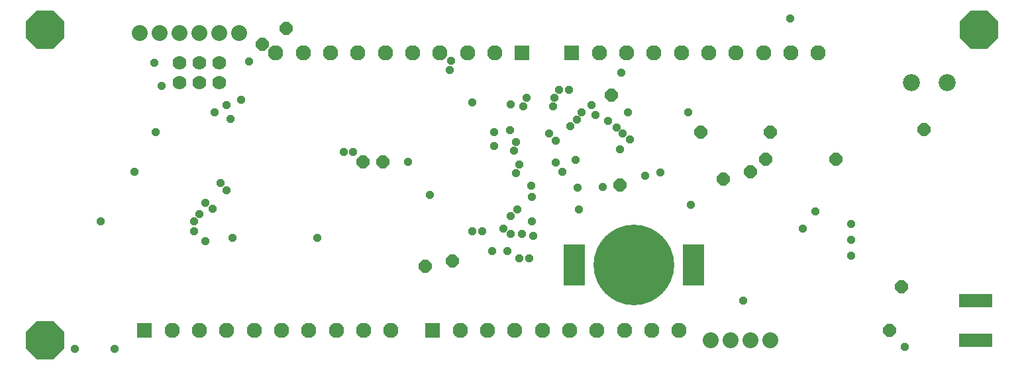
<source format=gbs>
G75*
%MOIN*%
%OFA0B0*%
%FSLAX25Y25*%
%IPPOS*%
%LPD*%
%AMOC8*
5,1,8,0,0,1.08239X$1,22.5*
%
%ADD10R,0.10600X0.20600*%
%ADD11C,0.40600*%
%ADD12C,0.07000*%
%ADD13C,0.08000*%
%ADD14R,0.07687X0.07687*%
%ADD15C,0.07687*%
%ADD16R,0.16600X0.06600*%
%ADD17C,0.08600*%
%ADD18OC8,0.04169*%
%ADD19OC8,0.06506*%
%ADD20OC8,0.19350*%
D10*
X0277506Y0058625D03*
X0337506Y0058625D03*
D11*
X0307506Y0058625D03*
D12*
X0098756Y0150500D03*
X0088756Y0150500D03*
X0078756Y0150500D03*
X0078756Y0160500D03*
X0088756Y0160500D03*
X0098756Y0160500D03*
D13*
X0098756Y0175500D03*
X0108756Y0175500D03*
X0088756Y0175500D03*
X0078756Y0175500D03*
X0068756Y0175500D03*
X0058756Y0175500D03*
X0346256Y0020500D03*
X0356256Y0020500D03*
X0366256Y0020500D03*
X0376256Y0020500D03*
D14*
X0206256Y0025500D03*
X0061256Y0025500D03*
X0251256Y0165500D03*
X0276256Y0165500D03*
D15*
X0290035Y0165500D03*
X0303815Y0165500D03*
X0317594Y0165500D03*
X0331374Y0165500D03*
X0345154Y0165500D03*
X0358933Y0165500D03*
X0372713Y0165500D03*
X0386492Y0165500D03*
X0400272Y0165500D03*
X0237476Y0165500D03*
X0223697Y0165500D03*
X0209917Y0165500D03*
X0196138Y0165500D03*
X0182358Y0165500D03*
X0168579Y0165500D03*
X0154799Y0165500D03*
X0141020Y0165500D03*
X0127240Y0165500D03*
X0130154Y0025500D03*
X0116374Y0025500D03*
X0102594Y0025500D03*
X0088815Y0025500D03*
X0075035Y0025500D03*
X0143933Y0025500D03*
X0157713Y0025500D03*
X0171492Y0025500D03*
X0185272Y0025500D03*
X0220035Y0025500D03*
X0233815Y0025500D03*
X0247594Y0025500D03*
X0261374Y0025500D03*
X0275154Y0025500D03*
X0288933Y0025500D03*
X0302713Y0025500D03*
X0316492Y0025500D03*
X0330272Y0025500D03*
D16*
X0479506Y0020500D03*
X0479506Y0040500D03*
D17*
X0465318Y0150500D03*
X0447318Y0150500D03*
D18*
X0026256Y0016125D03*
X0046256Y0016125D03*
X0091756Y0070500D03*
X0086256Y0075500D03*
X0086256Y0080500D03*
X0088756Y0084250D03*
X0095631Y0086750D03*
X0091881Y0089875D03*
X0102506Y0096125D03*
X0099394Y0099816D03*
X0056256Y0105500D03*
X0066881Y0125500D03*
X0096568Y0135500D03*
X0102506Y0139250D03*
X0110006Y0141750D03*
X0104381Y0132375D03*
X0070006Y0148938D03*
X0066256Y0160500D03*
X0113756Y0161125D03*
X0215006Y0156750D03*
X0215395Y0161530D03*
X0253343Y0143025D03*
X0251881Y0138625D03*
X0245631Y0139563D03*
X0266726Y0138470D03*
X0267506Y0143000D03*
X0270006Y0146750D03*
X0275006Y0146750D03*
X0286256Y0139250D03*
X0288131Y0134250D03*
X0294381Y0131125D03*
X0298756Y0128000D03*
X0301881Y0124816D03*
X0305631Y0121750D03*
X0300631Y0116750D03*
X0278131Y0111437D03*
X0268131Y0110187D03*
X0271509Y0105500D03*
X0279159Y0097687D03*
X0291881Y0098000D03*
X0313131Y0103625D03*
X0320943Y0105187D03*
X0336256Y0088937D03*
X0280006Y0086437D03*
X0256256Y0080500D03*
X0245599Y0083313D03*
X0248865Y0086625D03*
X0256256Y0093000D03*
X0255898Y0098437D03*
X0248131Y0104875D03*
X0250006Y0109250D03*
X0247193Y0116125D03*
X0248131Y0120500D03*
X0237053Y0118625D03*
X0237053Y0125500D03*
X0245324Y0126437D03*
X0264784Y0124875D03*
X0268131Y0121125D03*
X0275631Y0128625D03*
X0278756Y0131750D03*
X0281256Y0135500D03*
X0304381Y0135500D03*
X0334832Y0135500D03*
X0301256Y0155419D03*
X0226256Y0140500D03*
X0166256Y0115500D03*
X0161363Y0115607D03*
X0193756Y0110500D03*
X0204693Y0093937D03*
X0241884Y0076817D03*
X0245631Y0074250D03*
X0251256Y0074131D03*
X0256881Y0073183D03*
X0243756Y0065500D03*
X0236256Y0065500D03*
X0250006Y0061750D03*
X0255006Y0061750D03*
X0231256Y0075500D03*
X0226256Y0075500D03*
X0300006Y0054875D03*
X0337506Y0058625D03*
X0362506Y0040500D03*
X0416976Y0063374D03*
X0416976Y0071248D03*
X0416976Y0079122D03*
X0398788Y0085500D03*
X0392506Y0076750D03*
X0443756Y0017375D03*
X0148131Y0072375D03*
X0105631Y0072375D03*
X0039041Y0080559D03*
X0386256Y0183000D03*
D19*
X0296256Y0144250D03*
X0341256Y0125500D03*
X0376256Y0125500D03*
X0373756Y0111750D03*
X0366256Y0105500D03*
X0352506Y0101750D03*
X0300631Y0098937D03*
X0216256Y0060500D03*
X0202506Y0058000D03*
X0181256Y0110500D03*
X0171256Y0110500D03*
X0120631Y0169875D03*
X0132506Y0178000D03*
X0409068Y0111750D03*
X0453443Y0127060D03*
X0442132Y0047626D03*
X0436256Y0025500D03*
D20*
X0481256Y0177375D03*
X0011256Y0177375D03*
X0011256Y0020500D03*
M02*

</source>
